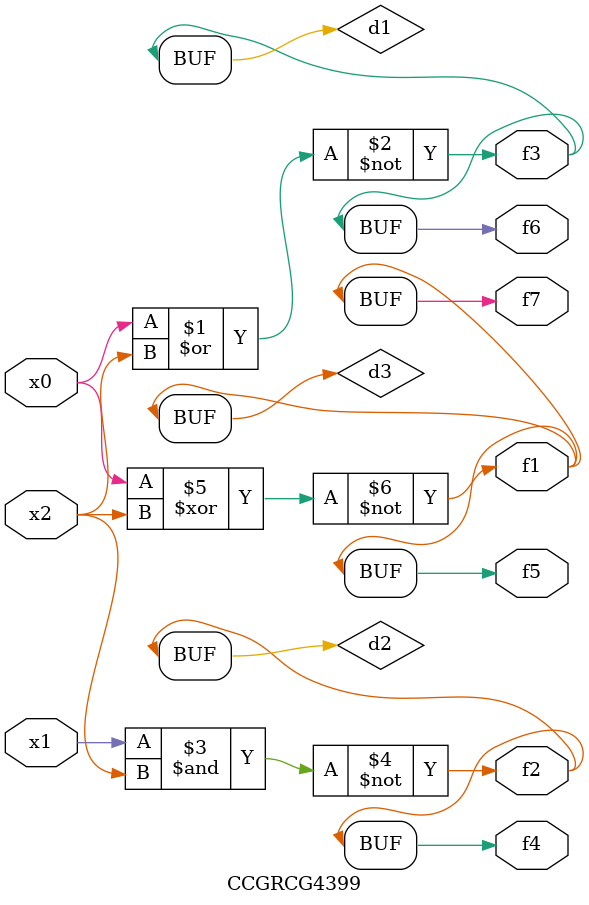
<source format=v>
module CCGRCG4399(
	input x0, x1, x2,
	output f1, f2, f3, f4, f5, f6, f7
);

	wire d1, d2, d3;

	nor (d1, x0, x2);
	nand (d2, x1, x2);
	xnor (d3, x0, x2);
	assign f1 = d3;
	assign f2 = d2;
	assign f3 = d1;
	assign f4 = d2;
	assign f5 = d3;
	assign f6 = d1;
	assign f7 = d3;
endmodule

</source>
